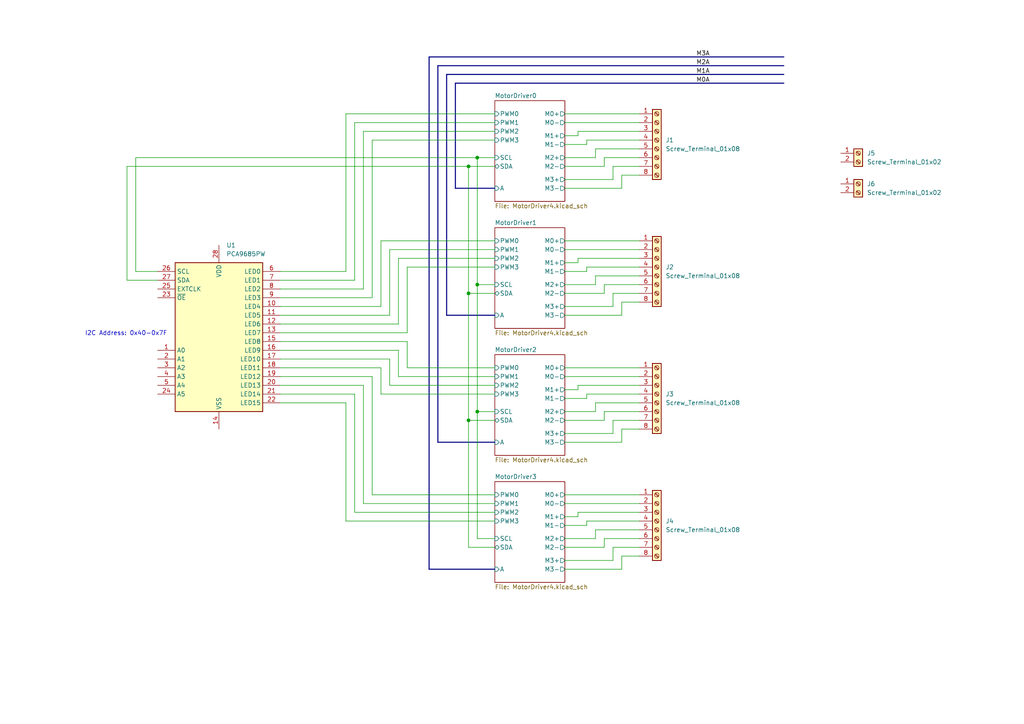
<source format=kicad_sch>
(kicad_sch
	(version 20250114)
	(generator "eeschema")
	(generator_version "9.0")
	(uuid "de57d3be-b862-42cc-a84c-a9aed08aacc3")
	(paper "A4")
	(lib_symbols
		(symbol "Connector:Screw_Terminal_01x02"
			(pin_names
				(offset 1.016)
				(hide yes)
			)
			(exclude_from_sim no)
			(in_bom yes)
			(on_board yes)
			(property "Reference" "J"
				(at 0 2.54 0)
				(effects
					(font
						(size 1.27 1.27)
					)
				)
			)
			(property "Value" "Screw_Terminal_01x02"
				(at 0 -5.08 0)
				(effects
					(font
						(size 1.27 1.27)
					)
				)
			)
			(property "Footprint" ""
				(at 0 0 0)
				(effects
					(font
						(size 1.27 1.27)
					)
					(hide yes)
				)
			)
			(property "Datasheet" "~"
				(at 0 0 0)
				(effects
					(font
						(size 1.27 1.27)
					)
					(hide yes)
				)
			)
			(property "Description" "Generic screw terminal, single row, 01x02, script generated (kicad-library-utils/schlib/autogen/connector/)"
				(at 0 0 0)
				(effects
					(font
						(size 1.27 1.27)
					)
					(hide yes)
				)
			)
			(property "ki_keywords" "screw terminal"
				(at 0 0 0)
				(effects
					(font
						(size 1.27 1.27)
					)
					(hide yes)
				)
			)
			(property "ki_fp_filters" "TerminalBlock*:*"
				(at 0 0 0)
				(effects
					(font
						(size 1.27 1.27)
					)
					(hide yes)
				)
			)
			(symbol "Screw_Terminal_01x02_1_1"
				(rectangle
					(start -1.27 1.27)
					(end 1.27 -3.81)
					(stroke
						(width 0.254)
						(type default)
					)
					(fill
						(type background)
					)
				)
				(polyline
					(pts
						(xy -0.5334 0.3302) (xy 0.3302 -0.508)
					)
					(stroke
						(width 0.1524)
						(type default)
					)
					(fill
						(type none)
					)
				)
				(polyline
					(pts
						(xy -0.5334 -2.2098) (xy 0.3302 -3.048)
					)
					(stroke
						(width 0.1524)
						(type default)
					)
					(fill
						(type none)
					)
				)
				(polyline
					(pts
						(xy -0.3556 0.508) (xy 0.508 -0.3302)
					)
					(stroke
						(width 0.1524)
						(type default)
					)
					(fill
						(type none)
					)
				)
				(polyline
					(pts
						(xy -0.3556 -2.032) (xy 0.508 -2.8702)
					)
					(stroke
						(width 0.1524)
						(type default)
					)
					(fill
						(type none)
					)
				)
				(circle
					(center 0 0)
					(radius 0.635)
					(stroke
						(width 0.1524)
						(type default)
					)
					(fill
						(type none)
					)
				)
				(circle
					(center 0 -2.54)
					(radius 0.635)
					(stroke
						(width 0.1524)
						(type default)
					)
					(fill
						(type none)
					)
				)
				(pin passive line
					(at -5.08 0 0)
					(length 3.81)
					(name "Pin_1"
						(effects
							(font
								(size 1.27 1.27)
							)
						)
					)
					(number "1"
						(effects
							(font
								(size 1.27 1.27)
							)
						)
					)
				)
				(pin passive line
					(at -5.08 -2.54 0)
					(length 3.81)
					(name "Pin_2"
						(effects
							(font
								(size 1.27 1.27)
							)
						)
					)
					(number "2"
						(effects
							(font
								(size 1.27 1.27)
							)
						)
					)
				)
			)
			(embedded_fonts no)
		)
		(symbol "Connector:Screw_Terminal_01x08"
			(pin_names
				(offset 1.016)
				(hide yes)
			)
			(exclude_from_sim no)
			(in_bom yes)
			(on_board yes)
			(property "Reference" "J"
				(at 0 10.16 0)
				(effects
					(font
						(size 1.27 1.27)
					)
				)
			)
			(property "Value" "Screw_Terminal_01x08"
				(at 0 -12.7 0)
				(effects
					(font
						(size 1.27 1.27)
					)
				)
			)
			(property "Footprint" ""
				(at 0 0 0)
				(effects
					(font
						(size 1.27 1.27)
					)
					(hide yes)
				)
			)
			(property "Datasheet" "~"
				(at 0 0 0)
				(effects
					(font
						(size 1.27 1.27)
					)
					(hide yes)
				)
			)
			(property "Description" "Generic screw terminal, single row, 01x08, script generated (kicad-library-utils/schlib/autogen/connector/)"
				(at 0 0 0)
				(effects
					(font
						(size 1.27 1.27)
					)
					(hide yes)
				)
			)
			(property "ki_keywords" "screw terminal"
				(at 0 0 0)
				(effects
					(font
						(size 1.27 1.27)
					)
					(hide yes)
				)
			)
			(property "ki_fp_filters" "TerminalBlock*:*"
				(at 0 0 0)
				(effects
					(font
						(size 1.27 1.27)
					)
					(hide yes)
				)
			)
			(symbol "Screw_Terminal_01x08_1_1"
				(rectangle
					(start -1.27 8.89)
					(end 1.27 -11.43)
					(stroke
						(width 0.254)
						(type default)
					)
					(fill
						(type background)
					)
				)
				(polyline
					(pts
						(xy -0.5334 7.9502) (xy 0.3302 7.112)
					)
					(stroke
						(width 0.1524)
						(type default)
					)
					(fill
						(type none)
					)
				)
				(polyline
					(pts
						(xy -0.5334 5.4102) (xy 0.3302 4.572)
					)
					(stroke
						(width 0.1524)
						(type default)
					)
					(fill
						(type none)
					)
				)
				(polyline
					(pts
						(xy -0.5334 2.8702) (xy 0.3302 2.032)
					)
					(stroke
						(width 0.1524)
						(type default)
					)
					(fill
						(type none)
					)
				)
				(polyline
					(pts
						(xy -0.5334 0.3302) (xy 0.3302 -0.508)
					)
					(stroke
						(width 0.1524)
						(type default)
					)
					(fill
						(type none)
					)
				)
				(polyline
					(pts
						(xy -0.5334 -2.2098) (xy 0.3302 -3.048)
					)
					(stroke
						(width 0.1524)
						(type default)
					)
					(fill
						(type none)
					)
				)
				(polyline
					(pts
						(xy -0.5334 -4.7498) (xy 0.3302 -5.588)
					)
					(stroke
						(width 0.1524)
						(type default)
					)
					(fill
						(type none)
					)
				)
				(polyline
					(pts
						(xy -0.5334 -7.2898) (xy 0.3302 -8.128)
					)
					(stroke
						(width 0.1524)
						(type default)
					)
					(fill
						(type none)
					)
				)
				(polyline
					(pts
						(xy -0.5334 -9.8298) (xy 0.3302 -10.668)
					)
					(stroke
						(width 0.1524)
						(type default)
					)
					(fill
						(type none)
					)
				)
				(polyline
					(pts
						(xy -0.3556 8.128) (xy 0.508 7.2898)
					)
					(stroke
						(width 0.1524)
						(type default)
					)
					(fill
						(type none)
					)
				)
				(polyline
					(pts
						(xy -0.3556 5.588) (xy 0.508 4.7498)
					)
					(stroke
						(width 0.1524)
						(type default)
					)
					(fill
						(type none)
					)
				)
				(polyline
					(pts
						(xy -0.3556 3.048) (xy 0.508 2.2098)
					)
					(stroke
						(width 0.1524)
						(type default)
					)
					(fill
						(type none)
					)
				)
				(polyline
					(pts
						(xy -0.3556 0.508) (xy 0.508 -0.3302)
					)
					(stroke
						(width 0.1524)
						(type default)
					)
					(fill
						(type none)
					)
				)
				(polyline
					(pts
						(xy -0.3556 -2.032) (xy 0.508 -2.8702)
					)
					(stroke
						(width 0.1524)
						(type default)
					)
					(fill
						(type none)
					)
				)
				(polyline
					(pts
						(xy -0.3556 -4.572) (xy 0.508 -5.4102)
					)
					(stroke
						(width 0.1524)
						(type default)
					)
					(fill
						(type none)
					)
				)
				(polyline
					(pts
						(xy -0.3556 -7.112) (xy 0.508 -7.9502)
					)
					(stroke
						(width 0.1524)
						(type default)
					)
					(fill
						(type none)
					)
				)
				(polyline
					(pts
						(xy -0.3556 -9.652) (xy 0.508 -10.4902)
					)
					(stroke
						(width 0.1524)
						(type default)
					)
					(fill
						(type none)
					)
				)
				(circle
					(center 0 7.62)
					(radius 0.635)
					(stroke
						(width 0.1524)
						(type default)
					)
					(fill
						(type none)
					)
				)
				(circle
					(center 0 5.08)
					(radius 0.635)
					(stroke
						(width 0.1524)
						(type default)
					)
					(fill
						(type none)
					)
				)
				(circle
					(center 0 2.54)
					(radius 0.635)
					(stroke
						(width 0.1524)
						(type default)
					)
					(fill
						(type none)
					)
				)
				(circle
					(center 0 0)
					(radius 0.635)
					(stroke
						(width 0.1524)
						(type default)
					)
					(fill
						(type none)
					)
				)
				(circle
					(center 0 -2.54)
					(radius 0.635)
					(stroke
						(width 0.1524)
						(type default)
					)
					(fill
						(type none)
					)
				)
				(circle
					(center 0 -5.08)
					(radius 0.635)
					(stroke
						(width 0.1524)
						(type default)
					)
					(fill
						(type none)
					)
				)
				(circle
					(center 0 -7.62)
					(radius 0.635)
					(stroke
						(width 0.1524)
						(type default)
					)
					(fill
						(type none)
					)
				)
				(circle
					(center 0 -10.16)
					(radius 0.635)
					(stroke
						(width 0.1524)
						(type default)
					)
					(fill
						(type none)
					)
				)
				(pin passive line
					(at -5.08 7.62 0)
					(length 3.81)
					(name "Pin_1"
						(effects
							(font
								(size 1.27 1.27)
							)
						)
					)
					(number "1"
						(effects
							(font
								(size 1.27 1.27)
							)
						)
					)
				)
				(pin passive line
					(at -5.08 5.08 0)
					(length 3.81)
					(name "Pin_2"
						(effects
							(font
								(size 1.27 1.27)
							)
						)
					)
					(number "2"
						(effects
							(font
								(size 1.27 1.27)
							)
						)
					)
				)
				(pin passive line
					(at -5.08 2.54 0)
					(length 3.81)
					(name "Pin_3"
						(effects
							(font
								(size 1.27 1.27)
							)
						)
					)
					(number "3"
						(effects
							(font
								(size 1.27 1.27)
							)
						)
					)
				)
				(pin passive line
					(at -5.08 0 0)
					(length 3.81)
					(name "Pin_4"
						(effects
							(font
								(size 1.27 1.27)
							)
						)
					)
					(number "4"
						(effects
							(font
								(size 1.27 1.27)
							)
						)
					)
				)
				(pin passive line
					(at -5.08 -2.54 0)
					(length 3.81)
					(name "Pin_5"
						(effects
							(font
								(size 1.27 1.27)
							)
						)
					)
					(number "5"
						(effects
							(font
								(size 1.27 1.27)
							)
						)
					)
				)
				(pin passive line
					(at -5.08 -5.08 0)
					(length 3.81)
					(name "Pin_6"
						(effects
							(font
								(size 1.27 1.27)
							)
						)
					)
					(number "6"
						(effects
							(font
								(size 1.27 1.27)
							)
						)
					)
				)
				(pin passive line
					(at -5.08 -7.62 0)
					(length 3.81)
					(name "Pin_7"
						(effects
							(font
								(size 1.27 1.27)
							)
						)
					)
					(number "7"
						(effects
							(font
								(size 1.27 1.27)
							)
						)
					)
				)
				(pin passive line
					(at -5.08 -10.16 0)
					(length 3.81)
					(name "Pin_8"
						(effects
							(font
								(size 1.27 1.27)
							)
						)
					)
					(number "8"
						(effects
							(font
								(size 1.27 1.27)
							)
						)
					)
				)
			)
			(embedded_fonts no)
		)
		(symbol "Driver_LED:PCA9685PW"
			(exclude_from_sim no)
			(in_bom yes)
			(on_board yes)
			(property "Reference" "U"
				(at -12.7 22.225 0)
				(effects
					(font
						(size 1.27 1.27)
					)
					(justify left)
				)
			)
			(property "Value" "PCA9685PW"
				(at 1.27 22.225 0)
				(effects
					(font
						(size 1.27 1.27)
					)
					(justify left)
				)
			)
			(property "Footprint" "Package_SO:TSSOP-28_4.4x9.7mm_P0.65mm"
				(at 0.635 -24.765 0)
				(effects
					(font
						(size 1.27 1.27)
					)
					(justify left)
					(hide yes)
				)
			)
			(property "Datasheet" "http://www.nxp.com/docs/en/data-sheet/PCA9685.pdf"
				(at -10.16 17.78 0)
				(effects
					(font
						(size 1.27 1.27)
					)
					(hide yes)
				)
			)
			(property "Description" "16-channel 12-bit PWM Fm+ I2C-bus LED controller RGBA TSSOP"
				(at 0 0 0)
				(effects
					(font
						(size 1.27 1.27)
					)
					(hide yes)
				)
			)
			(property "ki_keywords" "PWM LED driver I2C TSSOP"
				(at 0 0 0)
				(effects
					(font
						(size 1.27 1.27)
					)
					(hide yes)
				)
			)
			(property "ki_fp_filters" "TSSOP*4.4x9.7mm*P0.65mm*"
				(at 0 0 0)
				(effects
					(font
						(size 1.27 1.27)
					)
					(hide yes)
				)
			)
			(symbol "PCA9685PW_0_1"
				(rectangle
					(start -12.7 20.32)
					(end 12.7 -22.86)
					(stroke
						(width 0.254)
						(type default)
					)
					(fill
						(type background)
					)
				)
			)
			(symbol "PCA9685PW_1_1"
				(pin input line
					(at -17.78 17.78 0)
					(length 5.08)
					(name "SCL"
						(effects
							(font
								(size 1.27 1.27)
							)
						)
					)
					(number "26"
						(effects
							(font
								(size 1.27 1.27)
							)
						)
					)
				)
				(pin bidirectional line
					(at -17.78 15.24 0)
					(length 5.08)
					(name "SDA"
						(effects
							(font
								(size 1.27 1.27)
							)
						)
					)
					(number "27"
						(effects
							(font
								(size 1.27 1.27)
							)
						)
					)
				)
				(pin input line
					(at -17.78 12.7 0)
					(length 5.08)
					(name "EXTCLK"
						(effects
							(font
								(size 1.27 1.27)
							)
						)
					)
					(number "25"
						(effects
							(font
								(size 1.27 1.27)
							)
						)
					)
				)
				(pin input line
					(at -17.78 10.16 0)
					(length 5.08)
					(name "~{OE}"
						(effects
							(font
								(size 1.27 1.27)
							)
						)
					)
					(number "23"
						(effects
							(font
								(size 1.27 1.27)
							)
						)
					)
				)
				(pin input line
					(at -17.78 -5.08 0)
					(length 5.08)
					(name "A0"
						(effects
							(font
								(size 1.27 1.27)
							)
						)
					)
					(number "1"
						(effects
							(font
								(size 1.27 1.27)
							)
						)
					)
				)
				(pin input line
					(at -17.78 -7.62 0)
					(length 5.08)
					(name "A1"
						(effects
							(font
								(size 1.27 1.27)
							)
						)
					)
					(number "2"
						(effects
							(font
								(size 1.27 1.27)
							)
						)
					)
				)
				(pin input line
					(at -17.78 -10.16 0)
					(length 5.08)
					(name "A2"
						(effects
							(font
								(size 1.27 1.27)
							)
						)
					)
					(number "3"
						(effects
							(font
								(size 1.27 1.27)
							)
						)
					)
				)
				(pin input line
					(at -17.78 -12.7 0)
					(length 5.08)
					(name "A3"
						(effects
							(font
								(size 1.27 1.27)
							)
						)
					)
					(number "4"
						(effects
							(font
								(size 1.27 1.27)
							)
						)
					)
				)
				(pin input line
					(at -17.78 -15.24 0)
					(length 5.08)
					(name "A4"
						(effects
							(font
								(size 1.27 1.27)
							)
						)
					)
					(number "5"
						(effects
							(font
								(size 1.27 1.27)
							)
						)
					)
				)
				(pin input line
					(at -17.78 -17.78 0)
					(length 5.08)
					(name "A5"
						(effects
							(font
								(size 1.27 1.27)
							)
						)
					)
					(number "24"
						(effects
							(font
								(size 1.27 1.27)
							)
						)
					)
				)
				(pin power_in line
					(at 0 25.4 270)
					(length 5.08)
					(name "VDD"
						(effects
							(font
								(size 1.27 1.27)
							)
						)
					)
					(number "28"
						(effects
							(font
								(size 1.27 1.27)
							)
						)
					)
				)
				(pin power_in line
					(at 0 -27.94 90)
					(length 5.08)
					(name "VSS"
						(effects
							(font
								(size 1.27 1.27)
							)
						)
					)
					(number "14"
						(effects
							(font
								(size 1.27 1.27)
							)
						)
					)
				)
				(pin output line
					(at 17.78 17.78 180)
					(length 5.08)
					(name "LED0"
						(effects
							(font
								(size 1.27 1.27)
							)
						)
					)
					(number "6"
						(effects
							(font
								(size 1.27 1.27)
							)
						)
					)
				)
				(pin output line
					(at 17.78 15.24 180)
					(length 5.08)
					(name "LED1"
						(effects
							(font
								(size 1.27 1.27)
							)
						)
					)
					(number "7"
						(effects
							(font
								(size 1.27 1.27)
							)
						)
					)
				)
				(pin output line
					(at 17.78 12.7 180)
					(length 5.08)
					(name "LED2"
						(effects
							(font
								(size 1.27 1.27)
							)
						)
					)
					(number "8"
						(effects
							(font
								(size 1.27 1.27)
							)
						)
					)
				)
				(pin output line
					(at 17.78 10.16 180)
					(length 5.08)
					(name "LED3"
						(effects
							(font
								(size 1.27 1.27)
							)
						)
					)
					(number "9"
						(effects
							(font
								(size 1.27 1.27)
							)
						)
					)
				)
				(pin output line
					(at 17.78 7.62 180)
					(length 5.08)
					(name "LED4"
						(effects
							(font
								(size 1.27 1.27)
							)
						)
					)
					(number "10"
						(effects
							(font
								(size 1.27 1.27)
							)
						)
					)
				)
				(pin output line
					(at 17.78 5.08 180)
					(length 5.08)
					(name "LED5"
						(effects
							(font
								(size 1.27 1.27)
							)
						)
					)
					(number "11"
						(effects
							(font
								(size 1.27 1.27)
							)
						)
					)
				)
				(pin output line
					(at 17.78 2.54 180)
					(length 5.08)
					(name "LED6"
						(effects
							(font
								(size 1.27 1.27)
							)
						)
					)
					(number "12"
						(effects
							(font
								(size 1.27 1.27)
							)
						)
					)
				)
				(pin output line
					(at 17.78 0 180)
					(length 5.08)
					(name "LED7"
						(effects
							(font
								(size 1.27 1.27)
							)
						)
					)
					(number "13"
						(effects
							(font
								(size 1.27 1.27)
							)
						)
					)
				)
				(pin output line
					(at 17.78 -2.54 180)
					(length 5.08)
					(name "LED8"
						(effects
							(font
								(size 1.27 1.27)
							)
						)
					)
					(number "15"
						(effects
							(font
								(size 1.27 1.27)
							)
						)
					)
				)
				(pin output line
					(at 17.78 -5.08 180)
					(length 5.08)
					(name "LED9"
						(effects
							(font
								(size 1.27 1.27)
							)
						)
					)
					(number "16"
						(effects
							(font
								(size 1.27 1.27)
							)
						)
					)
				)
				(pin output line
					(at 17.78 -7.62 180)
					(length 5.08)
					(name "LED10"
						(effects
							(font
								(size 1.27 1.27)
							)
						)
					)
					(number "17"
						(effects
							(font
								(size 1.27 1.27)
							)
						)
					)
				)
				(pin output line
					(at 17.78 -10.16 180)
					(length 5.08)
					(name "LED11"
						(effects
							(font
								(size 1.27 1.27)
							)
						)
					)
					(number "18"
						(effects
							(font
								(size 1.27 1.27)
							)
						)
					)
				)
				(pin output line
					(at 17.78 -12.7 180)
					(length 5.08)
					(name "LED12"
						(effects
							(font
								(size 1.27 1.27)
							)
						)
					)
					(number "19"
						(effects
							(font
								(size 1.27 1.27)
							)
						)
					)
				)
				(pin output line
					(at 17.78 -15.24 180)
					(length 5.08)
					(name "LED13"
						(effects
							(font
								(size 1.27 1.27)
							)
						)
					)
					(number "20"
						(effects
							(font
								(size 1.27 1.27)
							)
						)
					)
				)
				(pin output line
					(at 17.78 -17.78 180)
					(length 5.08)
					(name "LED14"
						(effects
							(font
								(size 1.27 1.27)
							)
						)
					)
					(number "21"
						(effects
							(font
								(size 1.27 1.27)
							)
						)
					)
				)
				(pin output line
					(at 17.78 -20.32 180)
					(length 5.08)
					(name "LED15"
						(effects
							(font
								(size 1.27 1.27)
							)
						)
					)
					(number "22"
						(effects
							(font
								(size 1.27 1.27)
							)
						)
					)
				)
			)
			(embedded_fonts no)
		)
	)
	(text "I2C Address: 0x40-0x7F"
		(exclude_from_sim no)
		(at 36.576 96.774 0)
		(effects
			(font
				(size 1.27 1.27)
			)
		)
		(uuid "6082e2fe-d264-41e2-9f73-fe41c6dacf30")
	)
	(junction
		(at 135.89 121.92)
		(diameter 0)
		(color 0 0 0 0)
		(uuid "07540ad4-a1d8-4d22-a2f2-db5dccdd53d1")
	)
	(junction
		(at 138.43 82.55)
		(diameter 0)
		(color 0 0 0 0)
		(uuid "42e1be83-a50a-458d-b040-bb8e8c1407ea")
	)
	(junction
		(at 138.43 45.72)
		(diameter 0)
		(color 0 0 0 0)
		(uuid "59533c3b-bf8b-45a0-b757-0d19613adb15")
	)
	(junction
		(at 135.89 48.26)
		(diameter 0)
		(color 0 0 0 0)
		(uuid "953af388-3bde-4234-9861-60286f13757f")
	)
	(junction
		(at 138.43 119.38)
		(diameter 0)
		(color 0 0 0 0)
		(uuid "ab1bb26d-ce04-4809-99d4-1528a64d63e5")
	)
	(junction
		(at 135.89 85.09)
		(diameter 0)
		(color 0 0 0 0)
		(uuid "bf4cce84-b4a7-40f1-9767-3a25cf5b10cc")
	)
	(wire
		(pts
			(xy 118.11 77.47) (xy 118.11 96.52)
		)
		(stroke
			(width 0)
			(type default)
		)
		(uuid "0137d21b-a122-4f11-a208-8254a230ac81")
	)
	(wire
		(pts
			(xy 143.51 146.05) (xy 105.41 146.05)
		)
		(stroke
			(width 0)
			(type default)
		)
		(uuid "05722ce9-2026-40be-8b57-7d745f4fcef1")
	)
	(wire
		(pts
			(xy 110.49 114.3) (xy 110.49 106.68)
		)
		(stroke
			(width 0)
			(type default)
		)
		(uuid "05d81cc4-439b-4943-bb96-c51bc5845ae0")
	)
	(bus
		(pts
			(xy 143.51 128.27) (xy 127 128.27)
		)
		(stroke
			(width 0)
			(type default)
		)
		(uuid "072191c1-8da8-40db-ab05-f272789186d9")
	)
	(wire
		(pts
			(xy 180.34 91.44) (xy 180.34 87.63)
		)
		(stroke
			(width 0)
			(type default)
		)
		(uuid "09283e6c-9987-4598-9271-382fdaf37163")
	)
	(wire
		(pts
			(xy 105.41 83.82) (xy 105.41 38.1)
		)
		(stroke
			(width 0)
			(type default)
		)
		(uuid "09e0ad80-0d3b-4a57-a70d-a7bbf7424122")
	)
	(wire
		(pts
			(xy 143.51 40.64) (xy 107.95 40.64)
		)
		(stroke
			(width 0)
			(type default)
		)
		(uuid "0a4eb547-f864-4aeb-9b95-55c542059752")
	)
	(wire
		(pts
			(xy 175.26 156.21) (xy 185.42 156.21)
		)
		(stroke
			(width 0)
			(type default)
		)
		(uuid "0e053717-f893-459b-995c-fba028d48dba")
	)
	(wire
		(pts
			(xy 143.51 156.21) (xy 138.43 156.21)
		)
		(stroke
			(width 0)
			(type default)
		)
		(uuid "10b4c0bc-4fbc-44a1-ab5a-f856b3147f79")
	)
	(wire
		(pts
			(xy 143.51 77.47) (xy 118.11 77.47)
		)
		(stroke
			(width 0)
			(type default)
		)
		(uuid "115205f2-7280-414c-b45d-108f5e307c31")
	)
	(wire
		(pts
			(xy 110.49 69.85) (xy 143.51 69.85)
		)
		(stroke
			(width 0)
			(type default)
		)
		(uuid "12922a2f-b6cb-4dbb-80ed-bcec911a52fb")
	)
	(wire
		(pts
			(xy 163.83 52.07) (xy 177.8 52.07)
		)
		(stroke
			(width 0)
			(type default)
		)
		(uuid "19e70266-d56f-40db-a58b-bab9188217a7")
	)
	(wire
		(pts
			(xy 163.83 91.44) (xy 180.34 91.44)
		)
		(stroke
			(width 0)
			(type default)
		)
		(uuid "1f9e2024-f488-4a30-81b5-8e1a011eea9f")
	)
	(wire
		(pts
			(xy 163.83 109.22) (xy 185.42 109.22)
		)
		(stroke
			(width 0)
			(type default)
		)
		(uuid "1fed8f37-0441-4df7-b5b9-1008239ef35c")
	)
	(wire
		(pts
			(xy 163.83 54.61) (xy 180.34 54.61)
		)
		(stroke
			(width 0)
			(type default)
		)
		(uuid "2241cefd-f11d-4ce2-bd62-87e501cb2169")
	)
	(wire
		(pts
			(xy 163.83 78.74) (xy 170.18 78.74)
		)
		(stroke
			(width 0)
			(type default)
		)
		(uuid "252992cc-f713-4a08-a3d8-951b5a6c9df7")
	)
	(wire
		(pts
			(xy 115.57 74.93) (xy 143.51 74.93)
		)
		(stroke
			(width 0)
			(type default)
		)
		(uuid "2916b47f-7e51-459e-910d-ee1305d80079")
	)
	(wire
		(pts
			(xy 135.89 85.09) (xy 143.51 85.09)
		)
		(stroke
			(width 0)
			(type default)
		)
		(uuid "2a69b73f-8010-44e6-a246-a78db5518eb3")
	)
	(wire
		(pts
			(xy 113.03 91.44) (xy 81.28 91.44)
		)
		(stroke
			(width 0)
			(type default)
		)
		(uuid "2a769e05-6dcd-428b-9b28-09d3b2b5c9c1")
	)
	(wire
		(pts
			(xy 113.03 72.39) (xy 113.03 91.44)
		)
		(stroke
			(width 0)
			(type default)
		)
		(uuid "2c17819e-c89e-42e6-acdc-0816d02cf05e")
	)
	(wire
		(pts
			(xy 143.51 114.3) (xy 110.49 114.3)
		)
		(stroke
			(width 0)
			(type default)
		)
		(uuid "2cca926a-cf6d-4fe7-ad05-d3030724ddde")
	)
	(wire
		(pts
			(xy 163.83 33.02) (xy 185.42 33.02)
		)
		(stroke
			(width 0)
			(type default)
		)
		(uuid "3083bfc9-de9b-4988-bfb2-7acfb9b9691e")
	)
	(wire
		(pts
			(xy 180.34 128.27) (xy 180.34 124.46)
		)
		(stroke
			(width 0)
			(type default)
		)
		(uuid "31240061-befd-4bf1-a28e-3edc1a435518")
	)
	(wire
		(pts
			(xy 177.8 52.07) (xy 177.8 48.26)
		)
		(stroke
			(width 0)
			(type default)
		)
		(uuid "31741903-0c32-4723-be84-6122d47d3197")
	)
	(wire
		(pts
			(xy 143.51 151.13) (xy 100.33 151.13)
		)
		(stroke
			(width 0)
			(type default)
		)
		(uuid "33f7330e-0cc6-4382-90cc-ad6147f203f5")
	)
	(bus
		(pts
			(xy 124.46 16.51) (xy 227.33 16.51)
		)
		(stroke
			(width 0)
			(type default)
		)
		(uuid "35380c28-ca56-4661-9cd8-9ffd87483bf1")
	)
	(wire
		(pts
			(xy 163.83 35.56) (xy 185.42 35.56)
		)
		(stroke
			(width 0)
			(type default)
		)
		(uuid "372a6f2f-4930-4ded-acd3-e11a4b458f44")
	)
	(wire
		(pts
			(xy 81.28 83.82) (xy 105.41 83.82)
		)
		(stroke
			(width 0)
			(type default)
		)
		(uuid "37ede18a-d037-4607-8f32-92b37751511c")
	)
	(wire
		(pts
			(xy 115.57 101.6) (xy 81.28 101.6)
		)
		(stroke
			(width 0)
			(type default)
		)
		(uuid "39975d71-cece-4fdd-9ca2-96ef7f879244")
	)
	(wire
		(pts
			(xy 110.49 88.9) (xy 110.49 69.85)
		)
		(stroke
			(width 0)
			(type default)
		)
		(uuid "3b1420a1-b149-40d7-a462-77a964d67c5c")
	)
	(wire
		(pts
			(xy 138.43 119.38) (xy 143.51 119.38)
		)
		(stroke
			(width 0)
			(type default)
		)
		(uuid "3c18f59e-df5b-46e9-8e1c-6fb1f71e8835")
	)
	(wire
		(pts
			(xy 39.37 78.74) (xy 39.37 45.72)
		)
		(stroke
			(width 0)
			(type default)
		)
		(uuid "3dcd30db-6c23-4b48-91ae-7a82aaed6af0")
	)
	(bus
		(pts
			(xy 132.08 54.61) (xy 132.08 24.13)
		)
		(stroke
			(width 0)
			(type default)
		)
		(uuid "40372e1a-9ee8-46bd-ab17-18bb94576406")
	)
	(wire
		(pts
			(xy 138.43 45.72) (xy 143.51 45.72)
		)
		(stroke
			(width 0)
			(type default)
		)
		(uuid "413e85cd-6d87-46a9-aa5a-5153e01d08ae")
	)
	(wire
		(pts
			(xy 180.34 87.63) (xy 185.42 87.63)
		)
		(stroke
			(width 0)
			(type default)
		)
		(uuid "44000a17-d470-4261-91bf-28d29f285721")
	)
	(wire
		(pts
			(xy 138.43 156.21) (xy 138.43 119.38)
		)
		(stroke
			(width 0)
			(type default)
		)
		(uuid "446a0458-8b98-4ddc-8f81-be1dca2a1cdf")
	)
	(wire
		(pts
			(xy 100.33 33.02) (xy 143.51 33.02)
		)
		(stroke
			(width 0)
			(type default)
		)
		(uuid "4655a3ed-684c-4dd8-8ee2-ae5a810e7fa7")
	)
	(wire
		(pts
			(xy 163.83 72.39) (xy 185.42 72.39)
		)
		(stroke
			(width 0)
			(type default)
		)
		(uuid "483184f0-247c-47b4-9126-bdb8bf3e7554")
	)
	(wire
		(pts
			(xy 172.72 153.67) (xy 185.42 153.67)
		)
		(stroke
			(width 0)
			(type default)
		)
		(uuid "4892c556-3414-48e7-bd72-677809fbd719")
	)
	(wire
		(pts
			(xy 175.26 85.09) (xy 175.26 82.55)
		)
		(stroke
			(width 0)
			(type default)
		)
		(uuid "4e87d63d-c735-43f3-8dbd-d86f29937944")
	)
	(wire
		(pts
			(xy 163.83 125.73) (xy 177.8 125.73)
		)
		(stroke
			(width 0)
			(type default)
		)
		(uuid "4f09f692-bc12-41bf-a89d-b7b29c88aeba")
	)
	(wire
		(pts
			(xy 163.83 128.27) (xy 180.34 128.27)
		)
		(stroke
			(width 0)
			(type default)
		)
		(uuid "50919a8b-87d3-42e1-a92b-efa33bc88adb")
	)
	(wire
		(pts
			(xy 177.8 125.73) (xy 177.8 121.92)
		)
		(stroke
			(width 0)
			(type default)
		)
		(uuid "50c2e852-0146-4313-b890-eb39e1549145")
	)
	(wire
		(pts
			(xy 102.87 81.28) (xy 81.28 81.28)
		)
		(stroke
			(width 0)
			(type default)
		)
		(uuid "533cf366-2f90-4ad2-b388-0c1c8bdfb192")
	)
	(wire
		(pts
			(xy 177.8 162.56) (xy 177.8 158.75)
		)
		(stroke
			(width 0)
			(type default)
		)
		(uuid "57262a8b-ab5c-4b30-a76e-16307685ad04")
	)
	(wire
		(pts
			(xy 180.34 165.1) (xy 180.34 161.29)
		)
		(stroke
			(width 0)
			(type default)
		)
		(uuid "5752bea7-6e8a-474c-ba08-a1c936002e93")
	)
	(wire
		(pts
			(xy 135.89 48.26) (xy 143.51 48.26)
		)
		(stroke
			(width 0)
			(type default)
		)
		(uuid "5775e160-5475-46f5-8403-280a8ec1fa9d")
	)
	(wire
		(pts
			(xy 105.41 146.05) (xy 105.41 111.76)
		)
		(stroke
			(width 0)
			(type default)
		)
		(uuid "59dbd42a-77e7-4196-b453-58e98913a56b")
	)
	(wire
		(pts
			(xy 175.26 48.26) (xy 175.26 45.72)
		)
		(stroke
			(width 0)
			(type default)
		)
		(uuid "5a7c89e9-6ef6-4954-89df-ee5264a3710a")
	)
	(bus
		(pts
			(xy 129.54 91.44) (xy 129.54 21.59)
		)
		(stroke
			(width 0)
			(type default)
		)
		(uuid "5ad59c08-3200-4b73-a567-beab2d43e223")
	)
	(wire
		(pts
			(xy 118.11 96.52) (xy 81.28 96.52)
		)
		(stroke
			(width 0)
			(type default)
		)
		(uuid "5bcbfaa0-8955-478a-b927-339972376fef")
	)
	(wire
		(pts
			(xy 177.8 48.26) (xy 185.42 48.26)
		)
		(stroke
			(width 0)
			(type default)
		)
		(uuid "5d154c50-005e-479e-9b20-5bde059b10ca")
	)
	(wire
		(pts
			(xy 36.83 48.26) (xy 135.89 48.26)
		)
		(stroke
			(width 0)
			(type default)
		)
		(uuid "5d447990-e54b-43d1-9cb1-c87b56e95b4c")
	)
	(wire
		(pts
			(xy 100.33 78.74) (xy 100.33 33.02)
		)
		(stroke
			(width 0)
			(type default)
		)
		(uuid "5e58817a-cdf3-43b5-9b8a-cf837b90ae35")
	)
	(wire
		(pts
			(xy 172.72 80.01) (xy 185.42 80.01)
		)
		(stroke
			(width 0)
			(type default)
		)
		(uuid "5e617863-4886-417c-afb5-8f35ec7d0802")
	)
	(wire
		(pts
			(xy 170.18 77.47) (xy 185.42 77.47)
		)
		(stroke
			(width 0)
			(type default)
		)
		(uuid "5f3a6feb-b343-4ffb-98e8-689576fe8450")
	)
	(wire
		(pts
			(xy 105.41 111.76) (xy 81.28 111.76)
		)
		(stroke
			(width 0)
			(type default)
		)
		(uuid "60f9bb93-deaa-4a20-999b-cee699dd9659")
	)
	(wire
		(pts
			(xy 170.18 152.4) (xy 170.18 151.13)
		)
		(stroke
			(width 0)
			(type default)
		)
		(uuid "6435603c-b515-4c2d-9b90-225af5798825")
	)
	(bus
		(pts
			(xy 129.54 21.59) (xy 227.33 21.59)
		)
		(stroke
			(width 0)
			(type default)
		)
		(uuid "6473b50e-4fe9-42f0-b19e-43d5de70ecd1")
	)
	(wire
		(pts
			(xy 143.51 109.22) (xy 115.57 109.22)
		)
		(stroke
			(width 0)
			(type default)
		)
		(uuid "652b9327-473e-45cd-b021-35b87ed0763e")
	)
	(wire
		(pts
			(xy 177.8 88.9) (xy 177.8 85.09)
		)
		(stroke
			(width 0)
			(type default)
		)
		(uuid "6626f86a-d0cd-48eb-b3d1-ccdddce2d383")
	)
	(wire
		(pts
			(xy 102.87 35.56) (xy 102.87 81.28)
		)
		(stroke
			(width 0)
			(type default)
		)
		(uuid "668b17d0-27a3-409a-badd-08c950242ac0")
	)
	(bus
		(pts
			(xy 132.08 24.13) (xy 227.33 24.13)
		)
		(stroke
			(width 0)
			(type default)
		)
		(uuid "677e01e4-00a8-4f14-aea5-c80a53258b2f")
	)
	(wire
		(pts
			(xy 81.28 78.74) (xy 100.33 78.74)
		)
		(stroke
			(width 0)
			(type default)
		)
		(uuid "679c46da-95bb-4c69-b27d-6c783379cfda")
	)
	(wire
		(pts
			(xy 110.49 106.68) (xy 81.28 106.68)
		)
		(stroke
			(width 0)
			(type default)
		)
		(uuid "68fdab1a-79c6-4ba9-8b52-92952acc9ad7")
	)
	(wire
		(pts
			(xy 81.28 88.9) (xy 110.49 88.9)
		)
		(stroke
			(width 0)
			(type default)
		)
		(uuid "6a70c60a-0b85-4ea5-a8c9-5bf83022f8e2")
	)
	(wire
		(pts
			(xy 81.28 109.22) (xy 107.95 109.22)
		)
		(stroke
			(width 0)
			(type default)
		)
		(uuid "6b46a538-28a2-483c-86d0-b1ab9d8dacdb")
	)
	(wire
		(pts
			(xy 163.83 158.75) (xy 175.26 158.75)
		)
		(stroke
			(width 0)
			(type default)
		)
		(uuid "6ba17764-8405-4167-992b-34ee479ffd27")
	)
	(wire
		(pts
			(xy 177.8 158.75) (xy 185.42 158.75)
		)
		(stroke
			(width 0)
			(type default)
		)
		(uuid "6bc3d110-b08b-453c-a4cd-c6bc06105c20")
	)
	(wire
		(pts
			(xy 172.72 156.21) (xy 172.72 153.67)
		)
		(stroke
			(width 0)
			(type default)
		)
		(uuid "6be74f96-7460-4e9b-9031-4fd5e72ca70c")
	)
	(wire
		(pts
			(xy 138.43 82.55) (xy 138.43 45.72)
		)
		(stroke
			(width 0)
			(type default)
		)
		(uuid "6ddff059-05cf-479a-83a1-b12167b446b9")
	)
	(wire
		(pts
			(xy 167.64 76.2) (xy 167.64 74.93)
		)
		(stroke
			(width 0)
			(type default)
		)
		(uuid "6ee9001a-b6ce-4307-8698-98b08a02f633")
	)
	(wire
		(pts
			(xy 180.34 124.46) (xy 185.42 124.46)
		)
		(stroke
			(width 0)
			(type default)
		)
		(uuid "6fe5bd8c-b2a5-44d3-ad99-931b9ac8274a")
	)
	(wire
		(pts
			(xy 115.57 109.22) (xy 115.57 101.6)
		)
		(stroke
			(width 0)
			(type default)
		)
		(uuid "75330ffd-170b-4d60-b99e-a0589758ac98")
	)
	(wire
		(pts
			(xy 135.89 158.75) (xy 135.89 121.92)
		)
		(stroke
			(width 0)
			(type default)
		)
		(uuid "767611f7-6e08-4c82-b06d-ae0c88b33ccb")
	)
	(wire
		(pts
			(xy 118.11 99.06) (xy 118.11 106.68)
		)
		(stroke
			(width 0)
			(type default)
		)
		(uuid "76c5cd70-e131-41db-af0e-af3d0a60afef")
	)
	(wire
		(pts
			(xy 107.95 109.22) (xy 107.95 143.51)
		)
		(stroke
			(width 0)
			(type default)
		)
		(uuid "77cc1a24-de2f-46de-a687-9dd901ae7791")
	)
	(wire
		(pts
			(xy 172.72 43.18) (xy 185.42 43.18)
		)
		(stroke
			(width 0)
			(type default)
		)
		(uuid "77f42650-55db-4ed7-9de4-46c2b5520b6f")
	)
	(wire
		(pts
			(xy 102.87 148.59) (xy 143.51 148.59)
		)
		(stroke
			(width 0)
			(type default)
		)
		(uuid "79a038bd-67a9-4793-9e3d-595f70c77b67")
	)
	(wire
		(pts
			(xy 107.95 40.64) (xy 107.95 86.36)
		)
		(stroke
			(width 0)
			(type default)
		)
		(uuid "7b24c8ab-6afd-4958-87d6-baa6ca3800c7")
	)
	(bus
		(pts
			(xy 124.46 165.1) (xy 124.46 16.51)
		)
		(stroke
			(width 0)
			(type default)
		)
		(uuid "7bb39c8c-66c8-4919-9458-caeb52c99738")
	)
	(wire
		(pts
			(xy 102.87 114.3) (xy 102.87 148.59)
		)
		(stroke
			(width 0)
			(type default)
		)
		(uuid "7c107d4c-35cd-4b84-bf1f-9d43fdd085b5")
	)
	(wire
		(pts
			(xy 175.26 82.55) (xy 185.42 82.55)
		)
		(stroke
			(width 0)
			(type default)
		)
		(uuid "7e2f0ae9-f401-4156-af58-0ca3de8ff105")
	)
	(wire
		(pts
			(xy 175.26 158.75) (xy 175.26 156.21)
		)
		(stroke
			(width 0)
			(type default)
		)
		(uuid "80057ba7-8a13-406a-b134-7324280b52d1")
	)
	(wire
		(pts
			(xy 163.83 121.92) (xy 175.26 121.92)
		)
		(stroke
			(width 0)
			(type default)
		)
		(uuid "8377df6e-21d9-4e5c-9e21-ccbdebcaf8b0")
	)
	(wire
		(pts
			(xy 163.83 149.86) (xy 167.64 149.86)
		)
		(stroke
			(width 0)
			(type default)
		)
		(uuid "83954236-bf0a-4e7e-b8ad-e38f1c6a1cb0")
	)
	(wire
		(pts
			(xy 170.18 41.91) (xy 170.18 40.64)
		)
		(stroke
			(width 0)
			(type default)
		)
		(uuid "851f68c7-681d-4533-beee-19c666b2af26")
	)
	(bus
		(pts
			(xy 143.51 91.44) (xy 129.54 91.44)
		)
		(stroke
			(width 0)
			(type default)
		)
		(uuid "85522e7d-2c5d-4a96-a05d-c102137680d0")
	)
	(wire
		(pts
			(xy 107.95 86.36) (xy 81.28 86.36)
		)
		(stroke
			(width 0)
			(type default)
		)
		(uuid "89d9ca08-66ed-4693-8fe3-01cf32e451ed")
	)
	(wire
		(pts
			(xy 138.43 82.55) (xy 143.51 82.55)
		)
		(stroke
			(width 0)
			(type default)
		)
		(uuid "8c0ac743-c750-4a9c-9f0d-f465111965fd")
	)
	(wire
		(pts
			(xy 143.51 158.75) (xy 135.89 158.75)
		)
		(stroke
			(width 0)
			(type default)
		)
		(uuid "8cea2d1b-afff-4d5a-829b-e0e4596adafe")
	)
	(wire
		(pts
			(xy 39.37 45.72) (xy 138.43 45.72)
		)
		(stroke
			(width 0)
			(type default)
		)
		(uuid "8d0bb1ab-3d45-4320-9dd1-931b4f0c7802")
	)
	(wire
		(pts
			(xy 163.83 165.1) (xy 180.34 165.1)
		)
		(stroke
			(width 0)
			(type default)
		)
		(uuid "8fb74a3b-6b45-49ae-b197-52628c04fb4f")
	)
	(wire
		(pts
			(xy 180.34 50.8) (xy 185.42 50.8)
		)
		(stroke
			(width 0)
			(type default)
		)
		(uuid "90c3e811-4a9f-43db-a1c6-31dcd963f435")
	)
	(bus
		(pts
			(xy 127 19.05) (xy 227.33 19.05)
		)
		(stroke
			(width 0)
			(type default)
		)
		(uuid "91e5e720-d270-4fc3-99c7-d1bba37e2499")
	)
	(wire
		(pts
			(xy 163.83 146.05) (xy 185.42 146.05)
		)
		(stroke
			(width 0)
			(type default)
		)
		(uuid "91f1d757-69ae-41c9-81a0-7945ab58f97b")
	)
	(wire
		(pts
			(xy 175.26 119.38) (xy 185.42 119.38)
		)
		(stroke
			(width 0)
			(type default)
		)
		(uuid "94fd6a02-2feb-4dfe-a105-542f1ee93dd4")
	)
	(wire
		(pts
			(xy 170.18 78.74) (xy 170.18 77.47)
		)
		(stroke
			(width 0)
			(type default)
		)
		(uuid "981a7220-2774-4fad-b421-e8bbc5a9a7e3")
	)
	(wire
		(pts
			(xy 143.51 35.56) (xy 102.87 35.56)
		)
		(stroke
			(width 0)
			(type default)
		)
		(uuid "99dfa1d7-775b-494b-b981-9c63a6b73000")
	)
	(wire
		(pts
			(xy 113.03 104.14) (xy 113.03 111.76)
		)
		(stroke
			(width 0)
			(type default)
		)
		(uuid "9a6a81a2-3745-4a2b-a456-628776dcd3fc")
	)
	(wire
		(pts
			(xy 170.18 115.57) (xy 170.18 114.3)
		)
		(stroke
			(width 0)
			(type default)
		)
		(uuid "9af8a832-febf-421c-af5a-f47cab5f88ca")
	)
	(wire
		(pts
			(xy 100.33 116.84) (xy 81.28 116.84)
		)
		(stroke
			(width 0)
			(type default)
		)
		(uuid "9b716571-3b81-44d0-b228-8d6ae665242a")
	)
	(wire
		(pts
			(xy 81.28 114.3) (xy 102.87 114.3)
		)
		(stroke
			(width 0)
			(type default)
		)
		(uuid "9b78e65d-7f43-4c8d-8bd9-1aa0c74c3dc7")
	)
	(wire
		(pts
			(xy 163.83 41.91) (xy 170.18 41.91)
		)
		(stroke
			(width 0)
			(type default)
		)
		(uuid "9c44ef50-45bb-44e9-a02d-a9104de02f4d")
	)
	(wire
		(pts
			(xy 163.83 152.4) (xy 170.18 152.4)
		)
		(stroke
			(width 0)
			(type default)
		)
		(uuid "9e827f18-d70a-4eab-8eda-dfee322791c1")
	)
	(wire
		(pts
			(xy 163.83 156.21) (xy 172.72 156.21)
		)
		(stroke
			(width 0)
			(type default)
		)
		(uuid "9f37f4db-9d5a-4d19-931c-8b0973158f13")
	)
	(wire
		(pts
			(xy 163.83 106.68) (xy 185.42 106.68)
		)
		(stroke
			(width 0)
			(type default)
		)
		(uuid "a01479b1-3113-4498-a460-36155b6e4798")
	)
	(wire
		(pts
			(xy 81.28 104.14) (xy 113.03 104.14)
		)
		(stroke
			(width 0)
			(type default)
		)
		(uuid "a0686a11-cb1d-445e-ab3f-d673fbe43298")
	)
	(wire
		(pts
			(xy 163.83 88.9) (xy 177.8 88.9)
		)
		(stroke
			(width 0)
			(type default)
		)
		(uuid "a2f5748f-48bd-4356-aae5-ec76b317b70e")
	)
	(wire
		(pts
			(xy 167.64 148.59) (xy 185.42 148.59)
		)
		(stroke
			(width 0)
			(type default)
		)
		(uuid "a4d58379-0a97-49c7-bee8-02ef845c14ea")
	)
	(wire
		(pts
			(xy 163.83 143.51) (xy 185.42 143.51)
		)
		(stroke
			(width 0)
			(type default)
		)
		(uuid "a81f46c0-a5ad-43fc-b628-b13f5c11ec6b")
	)
	(wire
		(pts
			(xy 81.28 93.98) (xy 115.57 93.98)
		)
		(stroke
			(width 0)
			(type default)
		)
		(uuid "a83f964f-0783-4a1b-a26d-63255cae946f")
	)
	(wire
		(pts
			(xy 118.11 106.68) (xy 143.51 106.68)
		)
		(stroke
			(width 0)
			(type default)
		)
		(uuid "aa47a628-ec20-44b9-a57c-c608f3df6000")
	)
	(wire
		(pts
			(xy 138.43 119.38) (xy 138.43 82.55)
		)
		(stroke
			(width 0)
			(type default)
		)
		(uuid "af15e733-60ff-4078-902b-05e828ca9703")
	)
	(wire
		(pts
			(xy 167.64 149.86) (xy 167.64 148.59)
		)
		(stroke
			(width 0)
			(type default)
		)
		(uuid "b022bdce-0bcf-4fa7-ad0f-37efe48339c6")
	)
	(wire
		(pts
			(xy 170.18 40.64) (xy 185.42 40.64)
		)
		(stroke
			(width 0)
			(type default)
		)
		(uuid "b11e418e-7bb1-4df4-8992-d6b0750db54e")
	)
	(wire
		(pts
			(xy 163.83 82.55) (xy 172.72 82.55)
		)
		(stroke
			(width 0)
			(type default)
		)
		(uuid "b1228834-4c9a-43b5-8f9e-88068e689cd5")
	)
	(bus
		(pts
			(xy 143.51 165.1) (xy 124.46 165.1)
		)
		(stroke
			(width 0)
			(type default)
		)
		(uuid "b14e1b3d-4dc1-4d70-aa01-390d6586eeb0")
	)
	(bus
		(pts
			(xy 127 128.27) (xy 127 19.05)
		)
		(stroke
			(width 0)
			(type default)
		)
		(uuid "b6ce1c53-58c9-4424-92c2-5c23934c19d7")
	)
	(wire
		(pts
			(xy 163.83 69.85) (xy 185.42 69.85)
		)
		(stroke
			(width 0)
			(type default)
		)
		(uuid "b8be2c7f-050c-4c51-a425-ddc06bcaa042")
	)
	(bus
		(pts
			(xy 143.51 54.61) (xy 132.08 54.61)
		)
		(stroke
			(width 0)
			(type default)
		)
		(uuid "bb05ec07-21ca-4eaf-ba23-2c8e08d86389")
	)
	(wire
		(pts
			(xy 135.89 121.92) (xy 135.89 85.09)
		)
		(stroke
			(width 0)
			(type default)
		)
		(uuid "bcdf01b9-ebdf-4a38-a979-2e236d3816c3")
	)
	(wire
		(pts
			(xy 180.34 54.61) (xy 180.34 50.8)
		)
		(stroke
			(width 0)
			(type default)
		)
		(uuid "bd63d8ab-b363-4b46-bb8d-cf8505fddc8a")
	)
	(wire
		(pts
			(xy 177.8 121.92) (xy 185.42 121.92)
		)
		(stroke
			(width 0)
			(type default)
		)
		(uuid "bdca22df-d2c3-47f3-a299-e718387ac4f2")
	)
	(wire
		(pts
			(xy 107.95 143.51) (xy 143.51 143.51)
		)
		(stroke
			(width 0)
			(type default)
		)
		(uuid "c0e165cc-1c16-4f66-bbd5-a0b0246c021b")
	)
	(wire
		(pts
			(xy 170.18 114.3) (xy 185.42 114.3)
		)
		(stroke
			(width 0)
			(type default)
		)
		(uuid "c130be11-8fd0-4f1e-916b-e81f38205525")
	)
	(wire
		(pts
			(xy 163.83 119.38) (xy 172.72 119.38)
		)
		(stroke
			(width 0)
			(type default)
		)
		(uuid "c13bd7d7-41ba-4099-9319-29faebee163a")
	)
	(wire
		(pts
			(xy 163.83 85.09) (xy 175.26 85.09)
		)
		(stroke
			(width 0)
			(type default)
		)
		(uuid "c3074317-fec1-4445-8817-56cbbc2db986")
	)
	(wire
		(pts
			(xy 167.64 111.76) (xy 185.42 111.76)
		)
		(stroke
			(width 0)
			(type default)
		)
		(uuid "c37f87a8-f56c-4539-afbf-3ba20d6b6238")
	)
	(wire
		(pts
			(xy 167.64 39.37) (xy 167.64 38.1)
		)
		(stroke
			(width 0)
			(type default)
		)
		(uuid "c3a6f98d-23ca-4fdb-9677-2f1a0e3e07bb")
	)
	(wire
		(pts
			(xy 135.89 85.09) (xy 135.89 48.26)
		)
		(stroke
			(width 0)
			(type default)
		)
		(uuid "c455e32b-ce20-4c02-850d-10e7a860bbfc")
	)
	(wire
		(pts
			(xy 167.64 38.1) (xy 185.42 38.1)
		)
		(stroke
			(width 0)
			(type default)
		)
		(uuid "c63446b8-d6c3-439d-a412-2857f3a2f95d")
	)
	(wire
		(pts
			(xy 172.72 119.38) (xy 172.72 116.84)
		)
		(stroke
			(width 0)
			(type default)
		)
		(uuid "c6cac1ba-7af8-4b28-a342-ff6ef20803ec")
	)
	(wire
		(pts
			(xy 167.64 74.93) (xy 185.42 74.93)
		)
		(stroke
			(width 0)
			(type default)
		)
		(uuid "cbf813b8-bbb3-4289-96df-e7ed9ed7dd90")
	)
	(wire
		(pts
			(xy 45.72 78.74) (xy 39.37 78.74)
		)
		(stroke
			(width 0)
			(type default)
		)
		(uuid "cc0ce283-eaa0-4765-84dd-1478c4d08579")
	)
	(wire
		(pts
			(xy 100.33 151.13) (xy 100.33 116.84)
		)
		(stroke
			(width 0)
			(type default)
		)
		(uuid "d15605d4-8e96-4c6a-ad3a-bce580e14705")
	)
	(wire
		(pts
			(xy 175.26 121.92) (xy 175.26 119.38)
		)
		(stroke
			(width 0)
			(type default)
		)
		(uuid "d252c2e8-2895-4618-8301-60ecac78fd32")
	)
	(wire
		(pts
			(xy 167.64 113.03) (xy 167.64 111.76)
		)
		(stroke
			(width 0)
			(type default)
		)
		(uuid "d3e917e4-8c6c-42d4-a1a9-70bfef9aa693")
	)
	(wire
		(pts
			(xy 45.72 81.28) (xy 36.83 81.28)
		)
		(stroke
			(width 0)
			(type default)
		)
		(uuid "d4e5076d-1c6e-46ff-87ee-513188288a97")
	)
	(wire
		(pts
			(xy 163.83 45.72) (xy 172.72 45.72)
		)
		(stroke
			(width 0)
			(type default)
		)
		(uuid "d6ba00fc-d902-4766-b5e4-8f430d8af440")
	)
	(wire
		(pts
			(xy 163.83 115.57) (xy 170.18 115.57)
		)
		(stroke
			(width 0)
			(type default)
		)
		(uuid "d719545f-d322-44fb-bb71-f81220cce89e")
	)
	(wire
		(pts
			(xy 105.41 38.1) (xy 143.51 38.1)
		)
		(stroke
			(width 0)
			(type default)
		)
		(uuid "d7deda20-fdbf-4711-8ace-df2d1aac4339")
	)
	(wire
		(pts
			(xy 143.51 72.39) (xy 113.03 72.39)
		)
		(stroke
			(width 0)
			(type default)
		)
		(uuid "d86d939b-3c3f-4641-8d5d-76e68b32ff31")
	)
	(wire
		(pts
			(xy 170.18 151.13) (xy 185.42 151.13)
		)
		(stroke
			(width 0)
			(type default)
		)
		(uuid "d8d31d99-5486-4117-9a65-22fa554c0ca9")
	)
	(wire
		(pts
			(xy 36.83 81.28) (xy 36.83 48.26)
		)
		(stroke
			(width 0)
			(type default)
		)
		(uuid "d9b412b0-5bb8-458b-b816-b9be0c2815a4")
	)
	(wire
		(pts
			(xy 113.03 111.76) (xy 143.51 111.76)
		)
		(stroke
			(width 0)
			(type default)
		)
		(uuid "dcbee043-d5e7-4a32-9a2e-1a4512490f8d")
	)
	(wire
		(pts
			(xy 163.83 113.03) (xy 167.64 113.03)
		)
		(stroke
			(width 0)
			(type default)
		)
		(uuid "ddfaf2f8-83e5-420e-a1de-7301ec5b093a")
	)
	(wire
		(pts
			(xy 115.57 93.98) (xy 115.57 74.93)
		)
		(stroke
			(width 0)
			(type default)
		)
		(uuid "de9b0eb9-f8d9-46f1-96a5-c744affb34ed")
	)
	(wire
		(pts
			(xy 163.83 76.2) (xy 167.64 76.2)
		)
		(stroke
			(width 0)
			(type default)
		)
		(uuid "dfaa38c5-5235-4a8e-97e1-038e0e946b74")
	)
	(wire
		(pts
			(xy 135.89 121.92) (xy 143.51 121.92)
		)
		(stroke
			(width 0)
			(type default)
		)
		(uuid "e922e78f-9da5-4f1d-896f-df14c661baf9")
	)
	(wire
		(pts
			(xy 163.83 39.37) (xy 167.64 39.37)
		)
		(stroke
			(width 0)
			(type default)
		)
		(uuid "ee46d8fd-cb88-491f-b393-ca16ec086c92")
	)
	(wire
		(pts
			(xy 172.72 116.84) (xy 185.42 116.84)
		)
		(stroke
			(width 0)
			(type default)
		)
		(uuid "f111a263-4da1-4afb-9e00-9edbd01364b7")
	)
	(wire
		(pts
			(xy 81.28 99.06) (xy 118.11 99.06)
		)
		(stroke
			(width 0)
			(type default)
		)
		(uuid "f1323a03-844c-4e22-bc34-28907619a958")
	)
	(wire
		(pts
			(xy 163.83 162.56) (xy 177.8 162.56)
		)
		(stroke
			(width 0)
			(type default)
		)
		(uuid "f1dea5e2-e546-4c68-a3c2-7d31b391eb2e")
	)
	(wire
		(pts
			(xy 180.34 161.29) (xy 185.42 161.29)
		)
		(stroke
			(width 0)
			(type default)
		)
		(uuid "f59dd70c-14a2-47d8-af99-644447046fcb")
	)
	(wire
		(pts
			(xy 172.72 82.55) (xy 172.72 80.01)
		)
		(stroke
			(width 0)
			(type default)
		)
		(uuid "f6fd3bbe-52cd-4aeb-aa21-6f848bbb5b7d")
	)
	(wire
		(pts
			(xy 175.26 45.72) (xy 185.42 45.72)
		)
		(stroke
			(width 0)
			(type default)
		)
		(uuid "fa8ec683-40b5-4973-b08d-ac2f3df659ce")
	)
	(wire
		(pts
			(xy 172.72 45.72) (xy 172.72 43.18)
		)
		(stroke
			(width 0)
			(type default)
		)
		(uuid "fc246ee7-8aad-4e73-a1e8-2544c45b4ea9")
	)
	(wire
		(pts
			(xy 177.8 85.09) (xy 185.42 85.09)
		)
		(stroke
			(width 0)
			(type default)
		)
		(uuid "fe9f04bd-c09d-42e5-924b-1060128a602e")
	)
	(wire
		(pts
			(xy 163.83 48.26) (xy 175.26 48.26)
		)
		(stroke
			(width 0)
			(type default)
		)
		(uuid "ff962f32-a108-424d-880c-4eb855e0f143")
	)
	(label "M1A"
		(at 201.93 21.59 0)
		(effects
			(font
				(size 1.27 1.27)
			)
			(justify left bottom)
		)
		(uuid "0f260c48-25b1-4026-a399-10aa05870425")
	)
	(label "M3A"
		(at 201.93 16.51 0)
		(effects
			(font
				(size 1.27 1.27)
			)
			(justify left bottom)
		)
		(uuid "887ed81e-17f5-4fa9-a74d-8fb806c72900")
	)
	(label "M2A"
		(at 201.93 19.05 0)
		(effects
			(font
				(size 1.27 1.27)
			)
			(justify left bottom)
		)
		(uuid "ac6fa7ee-96a8-4ed4-8f72-cedde5876840")
	)
	(label "M0A"
		(at 201.93 24.13 0)
		(effects
			(font
				(size 1.27 1.27)
			)
			(justify left bottom)
		)
		(uuid "e24be322-1dbf-4f25-bfda-e821dbba77c5")
	)
	(symbol
		(lib_id "Connector:Screw_Terminal_01x02")
		(at 248.92 53.34 0)
		(unit 1)
		(exclude_from_sim no)
		(in_bom yes)
		(on_board yes)
		(dnp no)
		(fields_autoplaced yes)
		(uuid "0cf4d118-e452-4563-9caf-d628d9e932e6")
		(property "Reference" "J6"
			(at 251.46 53.3399 0)
			(effects
				(font
					(size 1.27 1.27)
				)
				(justify left)
			)
		)
		(property "Value" "Screw_Terminal_01x02"
			(at 251.46 55.8799 0)
			(effects
				(font
					(size 1.27 1.27)
				)
				(justify left)
			)
		)
		(property "Footprint" "TerminalBlock_CUI:TerminalBlock_CUI_TB007-508-02_1x02_P5.08mm_Horizontal"
			(at 248.92 53.34 0)
			(effects
				(font
					(size 1.27 1.27)
				)
				(hide yes)
			)
		)
		(property "Datasheet" "~"
			(at 248.92 53.34 0)
			(effects
				(font
					(size 1.27 1.27)
				)
				(hide yes)
			)
		)
		(property "Description" "Generic screw terminal, single row, 01x02, script generated (kicad-library-utils/schlib/autogen/connector/)"
			(at 248.92 53.34 0)
			(effects
				(font
					(size 1.27 1.27)
				)
				(hide yes)
			)
		)
		(pin "2"
			(uuid "d5ace684-156e-4d9d-9b7a-0a476d36138b")
		)
		(pin "1"
			(uuid "6fe99553-bed5-4412-88c7-b5ef81cecd2d")
		)
		(instances
			(project "BlockController"
				(path "/de57d3be-b862-42cc-a84c-a9aed08aacc3"
					(reference "J6")
					(unit 1)
				)
			)
		)
	)
	(symbol
		(lib_id "Connector:Screw_Terminal_01x08")
		(at 190.5 77.47 0)
		(unit 1)
		(exclude_from_sim no)
		(in_bom yes)
		(on_board yes)
		(dnp no)
		(fields_autoplaced yes)
		(uuid "2554538e-cf11-41e9-84b1-5ca6d984d238")
		(property "Reference" "J2"
			(at 193.04 77.4699 0)
			(effects
				(font
					(size 1.27 1.27)
				)
				(justify left)
			)
		)
		(property "Value" "Screw_Terminal_01x08"
			(at 193.04 80.0099 0)
			(effects
				(font
					(size 1.27 1.27)
				)
				(justify left)
			)
		)
		(property "Footprint" "TerminalBlock_CUI:TerminalBlock_CUI_TB007-508-08_1x08_P5.08mm_Horizontal"
			(at 190.5 77.47 0)
			(effects
				(font
					(size 1.27 1.27)
				)
				(hide yes)
			)
		)
		(property "Datasheet" "~"
			(at 190.5 77.47 0)
			(effects
				(font
					(size 1.27 1.27)
				)
				(hide yes)
			)
		)
		(property "Description" "Generic screw terminal, single row, 01x08, script generated (kicad-library-utils/schlib/autogen/connector/)"
			(at 190.5 77.47 0)
			(effects
				(font
					(size 1.27 1.27)
				)
				(hide yes)
			)
		)
		(pin "6"
			(uuid "f495ee59-7c91-426e-a499-886d48cbe6b0")
		)
		(pin "7"
			(uuid "db5463fd-20b9-4ead-9617-cdc466a2127e")
		)
		(pin "1"
			(uuid "79f95c4b-4069-4394-b794-127a98d96e2e")
		)
		(pin "2"
			(uuid "177f50c3-6bc5-44e3-8104-5f4b6e5c4f47")
		)
		(pin "3"
			(uuid "76176330-c07a-47a2-ab34-6916841a8c78")
		)
		(pin "4"
			(uuid "805fb583-e3dd-4b7f-80b6-97580272d89d")
		)
		(pin "5"
			(uuid "69334a40-9b32-4fb4-9476-178ecccf9360")
		)
		(pin "8"
			(uuid "8f62394c-7b26-4756-8248-fbe10129b79d")
		)
		(instances
			(project "BlockController"
				(path "/de57d3be-b862-42cc-a84c-a9aed08aacc3"
					(reference "J2")
					(unit 1)
				)
			)
		)
	)
	(symbol
		(lib_id "Connector:Screw_Terminal_01x08")
		(at 190.5 151.13 0)
		(unit 1)
		(exclude_from_sim no)
		(in_bom yes)
		(on_board yes)
		(dnp no)
		(fields_autoplaced yes)
		(uuid "572965bb-b8d5-4c35-a034-6fd099408bdd")
		(property "Reference" "J4"
			(at 193.04 151.1299 0)
			(effects
				(font
					(size 1.27 1.27)
				)
				(justify left)
			)
		)
		(property "Value" "Screw_Terminal_01x08"
			(at 193.04 153.6699 0)
			(effects
				(font
					(size 1.27 1.27)
				)
				(justify left)
			)
		)
		(property "Footprint" "TerminalBlock_CUI:TerminalBlock_CUI_TB007-508-08_1x08_P5.08mm_Horizontal"
			(at 190.5 151.13 0)
			(effects
				(font
					(size 1.27 1.27)
				)
				(hide yes)
			)
		)
		(property "Datasheet" "~"
			(at 190.5 151.13 0)
			(effects
				(font
					(size 1.27 1.27)
				)
				(hide yes)
			)
		)
		(property "Description" "Generic screw terminal, single row, 01x08, script generated (kicad-library-utils/schlib/autogen/connector/)"
			(at 190.5 151.13 0)
			(effects
				(font
					(size 1.27 1.27)
				)
				(hide yes)
			)
		)
		(pin "6"
			(uuid "4d7c0de1-f1c4-4fdd-98e6-6667e42bc679")
		)
		(pin "7"
			(uuid "497b4e01-afea-449a-83d3-b7a3e4568950")
		)
		(pin "1"
			(uuid "97602d54-93a1-410c-9a4a-1d9af5475c15")
		)
		(pin "2"
			(uuid "7267819b-8211-42bd-af94-7df2389d25dc")
		)
		(pin "3"
			(uuid "817945f1-6b96-4fb1-8e00-11cdd834a963")
		)
		(pin "4"
			(uuid "1b8537de-937f-4b61-aca0-c8bdd4f872ba")
		)
		(pin "5"
			(uuid "7f97faad-b4cc-485e-9eaf-6e9ac5ef1067")
		)
		(pin "8"
			(uuid "b4899d02-0192-411f-aa90-ac198f643785")
		)
		(instances
			(project "BlockController"
				(path "/de57d3be-b862-42cc-a84c-a9aed08aacc3"
					(reference "J4")
					(unit 1)
				)
			)
		)
	)
	(symbol
		(lib_id "Connector:Screw_Terminal_01x02")
		(at 248.92 44.45 0)
		(unit 1)
		(exclude_from_sim no)
		(in_bom yes)
		(on_board yes)
		(dnp no)
		(fields_autoplaced yes)
		(uuid "6be3b286-aded-4000-90d7-d8dbbc51c922")
		(property "Reference" "J5"
			(at 251.46 44.4499 0)
			(effects
				(font
					(size 1.27 1.27)
				)
				(justify left)
			)
		)
		(property "Value" "Screw_Terminal_01x02"
			(at 251.46 46.9899 0)
			(effects
				(font
					(size 1.27 1.27)
				)
				(justify left)
			)
		)
		(property "Footprint" "TerminalBlock_CUI:TerminalBlock_CUI_TB007-508-02_1x02_P5.08mm_Horizontal"
			(at 248.92 44.45 0)
			(effects
				(font
					(size 1.27 1.27)
				)
				(hide yes)
			)
		)
		(property "Datasheet" "~"
			(at 248.92 44.45 0)
			(effects
				(font
					(size 1.27 1.27)
				)
				(hide yes)
			)
		)
		(property "Description" "Generic screw terminal, single row, 01x02, script generated (kicad-library-utils/schlib/autogen/connector/)"
			(at 248.92 44.45 0)
			(effects
				(font
					(size 1.27 1.27)
				)
				(hide yes)
			)
		)
		(pin "2"
			(uuid "0d2b0981-ae06-4986-826a-7e56f0214e18")
		)
		(pin "1"
			(uuid "ff1b13b4-8ed9-4062-b7b3-1c1103c35a4b")
		)
		(instances
			(project ""
				(path "/de57d3be-b862-42cc-a84c-a9aed08aacc3"
					(reference "J5")
					(unit 1)
				)
			)
		)
	)
	(symbol
		(lib_id "Connector:Screw_Terminal_01x08")
		(at 190.5 40.64 0)
		(unit 1)
		(exclude_from_sim no)
		(in_bom yes)
		(on_board yes)
		(dnp no)
		(fields_autoplaced yes)
		(uuid "9cbd149f-1d0b-4197-8b3d-bea70b40e0e3")
		(property "Reference" "J1"
			(at 193.04 40.6399 0)
			(effects
				(font
					(size 1.27 1.27)
				)
				(justify left)
			)
		)
		(property "Value" "Screw_Terminal_01x08"
			(at 193.04 43.1799 0)
			(effects
				(font
					(size 1.27 1.27)
				)
				(justify left)
			)
		)
		(property "Footprint" "TerminalBlock_CUI:TerminalBlock_CUI_TB007-508-08_1x08_P5.08mm_Horizontal"
			(at 190.5 40.64 0)
			(effects
				(font
					(size 1.27 1.27)
				)
				(hide yes)
			)
		)
		(property "Datasheet" "~"
			(at 190.5 40.64 0)
			(effects
				(font
					(size 1.27 1.27)
				)
				(hide yes)
			)
		)
		(property "Description" "Generic screw terminal, single row, 01x08, script generated (kicad-library-utils/schlib/autogen/connector/)"
			(at 190.5 40.64 0)
			(effects
				(font
					(size 1.27 1.27)
				)
				(hide yes)
			)
		)
		(pin "6"
			(uuid "bafe3caa-e3cd-4793-b3c8-1010ad04298a")
		)
		(pin "7"
			(uuid "6b6763fd-f8e2-4553-b9ef-20a3a7f5e3b3")
		)
		(pin "1"
			(uuid "5eda6dc1-025c-4c6a-ae5e-1f88cbbb9f49")
		)
		(pin "2"
			(uuid "4d852e88-ead2-482b-8e7f-7fcbd89a1756")
		)
		(pin "3"
			(uuid "be76f4da-536c-49af-bd4b-a829dadba00a")
		)
		(pin "4"
			(uuid "aa0dde1d-f740-42c7-9f59-224410fe7f28")
		)
		(pin "5"
			(uuid "459f87c7-bea8-49ba-91ee-63ce2459f228")
		)
		(pin "8"
			(uuid "d97f6a6d-1fb4-4405-8c03-c3870e3dcbce")
		)
		(instances
			(project ""
				(path "/de57d3be-b862-42cc-a84c-a9aed08aacc3"
					(reference "J1")
					(unit 1)
				)
			)
		)
	)
	(symbol
		(lib_id "Driver_LED:PCA9685PW")
		(at 63.5 96.52 0)
		(unit 1)
		(exclude_from_sim no)
		(in_bom yes)
		(on_board yes)
		(dnp no)
		(fields_autoplaced yes)
		(uuid "bf477aac-7374-4c5f-a6dd-4a1da9c09068")
		(property "Reference" "U1"
			(at 65.6433 71.12 0)
			(effects
				(font
					(size 1.27 1.27)
				)
				(justify left)
			)
		)
		(property "Value" "PCA9685PW"
			(at 65.6433 73.66 0)
			(effects
				(font
					(size 1.27 1.27)
				)
				(justify left)
			)
		)
		(property "Footprint" "Package_SO:TSSOP-28_4.4x9.7mm_P0.65mm"
			(at 64.135 121.285 0)
			(effects
				(font
					(size 1.27 1.27)
				)
				(justify left)
				(hide yes)
			)
		)
		(property "Datasheet" "http://www.nxp.com/docs/en/data-sheet/PCA9685.pdf"
			(at 53.34 78.74 0)
			(effects
				(font
					(size 1.27 1.27)
				)
				(hide yes)
			)
		)
		(property "Description" "16-channel 12-bit PWM Fm+ I2C-bus LED controller RGBA TSSOP"
			(at 63.5 96.52 0)
			(effects
				(font
					(size 1.27 1.27)
				)
				(hide yes)
			)
		)
		(pin "6"
			(uuid "dcd57b3e-7c86-4495-a9ca-0dc0d46c9146")
		)
		(pin "2"
			(uuid "7370a500-37c0-44b4-92ff-78c313b02b74")
		)
		(pin "20"
			(uuid "c94f37a3-7276-4235-82e7-f56f191ff11d")
		)
		(pin "5"
			(uuid "8d49a205-de91-42ea-9a5a-88ebd0dff5bc")
		)
		(pin "27"
			(uuid "a7538395-a713-4c9c-8c60-918349a8bf3d")
		)
		(pin "7"
			(uuid "1661fc86-7d77-4c8a-aca6-8fa5665ab473")
		)
		(pin "13"
			(uuid "9f0c4c7d-a387-4a5c-8cab-f0eded2e54c6")
		)
		(pin "25"
			(uuid "7e1c9cb0-5e1c-48d3-b365-4791a54ce2db")
		)
		(pin "28"
			(uuid "c866d8bf-19cb-409a-821b-3ea0539141d2")
		)
		(pin "15"
			(uuid "6cdb505b-6ded-4f8a-8ed2-00339859ab73")
		)
		(pin "9"
			(uuid "c89cdc35-b64a-495a-bedb-1ea7e208d6a5")
		)
		(pin "26"
			(uuid "512ad478-ed57-4d82-91b7-82cee2b22980")
		)
		(pin "16"
			(uuid "7be5bcdd-2233-4093-ac5f-6f0eac7aaace")
		)
		(pin "18"
			(uuid "2dc28b2b-7b73-470b-98c9-9471b3840119")
		)
		(pin "10"
			(uuid "8244d936-c9cc-428d-bc8b-e5cd2f04e507")
		)
		(pin "17"
			(uuid "a18203e8-85e2-489b-bc7d-e95c6f0c17f0")
		)
		(pin "23"
			(uuid "62b90286-811d-444b-b4e9-9f2b65639a06")
		)
		(pin "14"
			(uuid "82965da8-666b-45f0-ab74-17f2656ddf25")
		)
		(pin "4"
			(uuid "44c3a33d-ee29-403d-9037-3a6167f03791")
		)
		(pin "1"
			(uuid "c7213fcc-d305-46a8-9a0c-5eef548b82d5")
		)
		(pin "24"
			(uuid "9817ae2d-ae2a-45e5-8810-7c1fab0ec171")
		)
		(pin "3"
			(uuid "606934bf-da14-4ae4-99bd-e93508849f64")
		)
		(pin "11"
			(uuid "b557faa3-e918-4f06-8788-4105faf15012")
		)
		(pin "12"
			(uuid "36f9af2e-f8ad-46fc-a9b8-987cde24748a")
		)
		(pin "8"
			(uuid "3b210e13-87f6-4bb2-830a-a2eea07189e2")
		)
		(pin "19"
			(uuid "0b554ac9-8c6a-47db-b4cb-70104cdd134f")
		)
		(pin "21"
			(uuid "286be524-bb63-4e79-80af-214920daf431")
		)
		(pin "22"
			(uuid "e35a9b45-8d9f-4ff6-9b0c-be456125367e")
		)
		(instances
			(project ""
				(path "/de57d3be-b862-42cc-a84c-a9aed08aacc3"
					(reference "U1")
					(unit 1)
				)
			)
		)
	)
	(symbol
		(lib_id "Connector:Screw_Terminal_01x08")
		(at 190.5 114.3 0)
		(unit 1)
		(exclude_from_sim no)
		(in_bom yes)
		(on_board yes)
		(dnp no)
		(fields_autoplaced yes)
		(uuid "e0d2f58a-8f38-49d3-885b-1fdd4f637b00")
		(property "Reference" "J3"
			(at 193.04 114.2999 0)
			(effects
				(font
					(size 1.27 1.27)
				)
				(justify left)
			)
		)
		(property "Value" "Screw_Terminal_01x08"
			(at 193.04 116.8399 0)
			(effects
				(font
					(size 1.27 1.27)
				)
				(justify left)
			)
		)
		(property "Footprint" "TerminalBlock_CUI:TerminalBlock_CUI_TB007-508-08_1x08_P5.08mm_Horizontal"
			(at 190.5 114.3 0)
			(effects
				(font
					(size 1.27 1.27)
				)
				(hide yes)
			)
		)
		(property "Datasheet" "~"
			(at 190.5 114.3 0)
			(effects
				(font
					(size 1.27 1.27)
				)
				(hide yes)
			)
		)
		(property "Description" "Generic screw terminal, single row, 01x08, script generated (kicad-library-utils/schlib/autogen/connector/)"
			(at 190.5 114.3 0)
			(effects
				(font
					(size 1.27 1.27)
				)
				(hide yes)
			)
		)
		(pin "6"
			(uuid "a8eaf4e2-8cd3-4713-81f5-2c4346cb7390")
		)
		(pin "7"
			(uuid "09a3c69f-ba3e-49fc-af85-17af0debe506")
		)
		(pin "1"
			(uuid "fa64bcee-48db-40e4-b323-4e857d66b748")
		)
		(pin "2"
			(uuid "f51576f9-8b5c-4ff1-9754-b11eca1a507f")
		)
		(pin "3"
			(uuid "34114c8d-17cd-4ccd-8097-29b28b176491")
		)
		(pin "4"
			(uuid "009ecc3f-eae3-42a1-a61b-6961b559cfe7")
		)
		(pin "5"
			(uuid "ae201cbe-dd19-4cee-8e9b-6d2ab62efe2a")
		)
		(pin "8"
			(uuid "8cdd6bd1-dfe0-4f7f-956c-f90318a2b33c")
		)
		(instances
			(project "BlockController"
				(path "/de57d3be-b862-42cc-a84c-a9aed08aacc3"
					(reference "J3")
					(unit 1)
				)
			)
		)
	)
	(sheet
		(at 143.51 139.7)
		(size 20.32 29.21)
		(exclude_from_sim no)
		(in_bom yes)
		(on_board yes)
		(dnp no)
		(fields_autoplaced yes)
		(stroke
			(width 0.1524)
			(type solid)
		)
		(fill
			(color 0 0 0 0.0000)
		)
		(uuid "161b7ba9-a68c-4212-ba60-50b7e4670b22")
		(property "Sheetname" "MotorDriver3"
			(at 143.51 138.9884 0)
			(effects
				(font
					(size 1.27 1.27)
				)
				(justify left bottom)
			)
		)
		(property "Sheetfile" "MotorDriver4.kicad_sch"
			(at 143.51 169.4946 0)
			(effects
				(font
					(size 1.27 1.27)
				)
				(justify left top)
			)
		)
		(pin "M0+" output
			(at 163.83 143.51 0)
			(uuid "4d64a7d1-478e-4c93-a6b4-3300de4745db")
			(effects
				(font
					(size 1.27 1.27)
				)
				(justify right)
			)
		)
		(pin "M0-" output
			(at 163.83 146.05 0)
			(uuid "e5c1211d-ced4-4671-b7da-0a64d07a3297")
			(effects
				(font
					(size 1.27 1.27)
				)
				(justify right)
			)
		)
		(pin "M1+" output
			(at 163.83 149.86 0)
			(uuid "36b6cbf6-46f5-4f89-8ef0-8fd0f6b213f1")
			(effects
				(font
					(size 1.27 1.27)
				)
				(justify right)
			)
		)
		(pin "M1-" output
			(at 163.83 152.4 0)
			(uuid "fd4e9016-12c7-4e28-b58a-f68a15890f31")
			(effects
				(font
					(size 1.27 1.27)
				)
				(justify right)
			)
		)
		(pin "M2+" output
			(at 163.83 156.21 0)
			(uuid "54728c2a-7ab2-4b70-b0d5-91c149f483ad")
			(effects
				(font
					(size 1.27 1.27)
				)
				(justify right)
			)
		)
		(pin "M2-" output
			(at 163.83 158.75 0)
			(uuid "2b314338-fb5f-494a-b64e-3f58b53d2aff")
			(effects
				(font
					(size 1.27 1.27)
				)
				(justify right)
			)
		)
		(pin "M3+" output
			(at 163.83 162.56 0)
			(uuid "74225724-630b-49b7-9d56-cde50dccde95")
			(effects
				(font
					(size 1.27 1.27)
				)
				(justify right)
			)
		)
		(pin "M3-" output
			(at 163.83 165.1 0)
			(uuid "74b33719-f1cf-420f-8da3-f2c38807958b")
			(effects
				(font
					(size 1.27 1.27)
				)
				(justify right)
			)
		)
		(pin "PWM0" input
			(at 143.51 143.51 180)
			(uuid "d1552553-988e-4785-af0d-28c952e0c4f9")
			(effects
				(font
					(size 1.27 1.27)
				)
				(justify left)
			)
		)
		(pin "PWM1" input
			(at 143.51 146.05 180)
			(uuid "5fe36e91-b17c-4efa-9b6f-7254a67caa42")
			(effects
				(font
					(size 1.27 1.27)
				)
				(justify left)
			)
		)
		(pin "PWM2" input
			(at 143.51 148.59 180)
			(uuid "de4416be-69a0-4ca4-a986-3458bc1ddcd0")
			(effects
				(font
					(size 1.27 1.27)
				)
				(justify left)
			)
		)
		(pin "PWM3" input
			(at 143.51 151.13 180)
			(uuid "70455bef-9028-479e-b01a-9630a1dbac57")
			(effects
				(font
					(size 1.27 1.27)
				)
				(justify left)
			)
		)
		(pin "SCL" input
			(at 143.51 156.21 180)
			(uuid "2b755729-a565-46ad-b2a1-5b69c34e543f")
			(effects
				(font
					(size 1.27 1.27)
				)
				(justify left)
			)
		)
		(pin "SDA" bidirectional
			(at 143.51 158.75 180)
			(uuid "6972b738-d5bc-45fe-80f2-90310243eebf")
			(effects
				(font
					(size 1.27 1.27)
				)
				(justify left)
			)
		)
		(pin "A" input
			(at 143.51 165.1 180)
			(uuid "4b62aaae-f577-42c7-98fe-c6fcd533ea20")
			(effects
				(font
					(size 1.27 1.27)
				)
				(justify left)
			)
		)
		(instances
			(project "BlockController"
				(path "/de57d3be-b862-42cc-a84c-a9aed08aacc3"
					(page "5")
				)
			)
		)
	)
	(sheet
		(at 143.51 102.87)
		(size 20.32 29.21)
		(exclude_from_sim no)
		(in_bom yes)
		(on_board yes)
		(dnp no)
		(fields_autoplaced yes)
		(stroke
			(width 0.1524)
			(type solid)
		)
		(fill
			(color 0 0 0 0.0000)
		)
		(uuid "50f9d219-ddc5-458d-8c6f-3d76e90f34c6")
		(property "Sheetname" "MotorDriver2"
			(at 143.51 102.1584 0)
			(effects
				(font
					(size 1.27 1.27)
				)
				(justify left bottom)
			)
		)
		(property "Sheetfile" "MotorDriver4.kicad_sch"
			(at 143.51 132.6646 0)
			(effects
				(font
					(size 1.27 1.27)
				)
				(justify left top)
			)
		)
		(pin "M0+" output
			(at 163.83 106.68 0)
			(uuid "cfa63cfb-06ed-48fc-9d9e-394731b4b410")
			(effects
				(font
					(size 1.27 1.27)
				)
				(justify right)
			)
		)
		(pin "M0-" output
			(at 163.83 109.22 0)
			(uuid "42df1f60-275a-4e28-857b-b5b323d55a15")
			(effects
				(font
					(size 1.27 1.27)
				)
				(justify right)
			)
		)
		(pin "M1+" output
			(at 163.83 113.03 0)
			(uuid "16359177-cf37-4752-9b8f-0c1407241ff5")
			(effects
				(font
					(size 1.27 1.27)
				)
				(justify right)
			)
		)
		(pin "M1-" output
			(at 163.83 115.57 0)
			(uuid "d6b676da-18cc-43c7-819a-e7f983ce04bd")
			(effects
				(font
					(size 1.27 1.27)
				)
				(justify right)
			)
		)
		(pin "M2+" output
			(at 163.83 119.38 0)
			(uuid "0cc152ba-4e21-4954-b429-8eecb035e04d")
			(effects
				(font
					(size 1.27 1.27)
				)
				(justify right)
			)
		)
		(pin "M2-" output
			(at 163.83 121.92 0)
			(uuid "b591e79a-be91-43e2-9cd2-017e8ecd335c")
			(effects
				(font
					(size 1.27 1.27)
				)
				(justify right)
			)
		)
		(pin "M3+" output
			(at 163.83 125.73 0)
			(uuid "fc0e5cb9-7228-462f-a91c-8894b31c33b4")
			(effects
				(font
					(size 1.27 1.27)
				)
				(justify right)
			)
		)
		(pin "M3-" output
			(at 163.83 128.27 0)
			(uuid "b6c67ef7-bd30-43af-b4fc-a94ff586eb36")
			(effects
				(font
					(size 1.27 1.27)
				)
				(justify right)
			)
		)
		(pin "PWM0" input
			(at 143.51 106.68 180)
			(uuid "b48e5f52-5f4d-4f37-b2a2-f8c20ae13d52")
			(effects
				(font
					(size 1.27 1.27)
				)
				(justify left)
			)
		)
		(pin "PWM1" input
			(at 143.51 109.22 180)
			(uuid "5eaa0de7-30b7-4dd4-84ce-4fc55bc45604")
			(effects
				(font
					(size 1.27 1.27)
				)
				(justify left)
			)
		)
		(pin "PWM2" input
			(at 143.51 111.76 180)
			(uuid "922b56db-c8db-4a88-a1e5-c1d756052efc")
			(effects
				(font
					(size 1.27 1.27)
				)
				(justify left)
			)
		)
		(pin "PWM3" input
			(at 143.51 114.3 180)
			(uuid "b7acf338-2b8f-47f7-baf0-7b03d8f09fda")
			(effects
				(font
					(size 1.27 1.27)
				)
				(justify left)
			)
		)
		(pin "SCL" input
			(at 143.51 119.38 180)
			(uuid "b12f0bfa-0549-4ff5-bfad-033e3821a497")
			(effects
				(font
					(size 1.27 1.27)
				)
				(justify left)
			)
		)
		(pin "SDA" bidirectional
			(at 143.51 121.92 180)
			(uuid "4a719e28-12f7-4f4e-9c7b-4ad59f654799")
			(effects
				(font
					(size 1.27 1.27)
				)
				(justify left)
			)
		)
		(pin "A" input
			(at 143.51 128.27 180)
			(uuid "414a4b68-15b0-4b13-be87-34324b33d231")
			(effects
				(font
					(size 1.27 1.27)
				)
				(justify left)
			)
		)
		(instances
			(project "BlockController"
				(path "/de57d3be-b862-42cc-a84c-a9aed08aacc3"
					(page "4")
				)
			)
		)
	)
	(sheet
		(at 143.51 29.21)
		(size 20.32 29.21)
		(exclude_from_sim no)
		(in_bom yes)
		(on_board yes)
		(dnp no)
		(fields_autoplaced yes)
		(stroke
			(width 0.1524)
			(type solid)
		)
		(fill
			(color 0 0 0 0.0000)
		)
		(uuid "a91d2fb7-4ec0-47bd-8a71-8ead7f30deb1")
		(property "Sheetname" "MotorDriver0"
			(at 143.51 28.4984 0)
			(effects
				(font
					(size 1.27 1.27)
				)
				(justify left bottom)
			)
		)
		(property "Sheetfile" "MotorDriver4.kicad_sch"
			(at 143.51 59.0046 0)
			(effects
				(font
					(size 1.27 1.27)
				)
				(justify left top)
			)
		)
		(pin "M0+" output
			(at 163.83 33.02 0)
			(uuid "33532123-846f-424c-9c5a-3c6a14922b41")
			(effects
				(font
					(size 1.27 1.27)
				)
				(justify right)
			)
		)
		(pin "M0-" output
			(at 163.83 35.56 0)
			(uuid "f257803a-316d-48f0-a33c-63676638f7d1")
			(effects
				(font
					(size 1.27 1.27)
				)
				(justify right)
			)
		)
		(pin "M1+" output
			(at 163.83 39.37 0)
			(uuid "392450e1-f46e-4a52-ab1a-c42626cf8a8f")
			(effects
				(font
					(size 1.27 1.27)
				)
				(justify right)
			)
		)
		(pin "M1-" output
			(at 163.83 41.91 0)
			(uuid "064c8f53-9f9e-4229-a891-c5cb0dc17b6d")
			(effects
				(font
					(size 1.27 1.27)
				)
				(justify right)
			)
		)
		(pin "M2+" output
			(at 163.83 45.72 0)
			(uuid "9fab71f2-fbc5-4fa2-ae44-f30343122e96")
			(effects
				(font
					(size 1.27 1.27)
				)
				(justify right)
			)
		)
		(pin "M2-" output
			(at 163.83 48.26 0)
			(uuid "6046aaa4-abde-457a-adde-aae44b86d27c")
			(effects
				(font
					(size 1.27 1.27)
				)
				(justify right)
			)
		)
		(pin "M3+" output
			(at 163.83 52.07 0)
			(uuid "d2e5b998-4ec3-4035-bbd6-647a5dd02b5c")
			(effects
				(font
					(size 1.27 1.27)
				)
				(justify right)
			)
		)
		(pin "M3-" output
			(at 163.83 54.61 0)
			(uuid "fbf0da21-6403-45d9-8108-f0cdf3ba8eb6")
			(effects
				(font
					(size 1.27 1.27)
				)
				(justify right)
			)
		)
		(pin "PWM0" input
			(at 143.51 33.02 180)
			(uuid "ff790f0b-6b8e-499e-bcc3-3558f79d84c1")
			(effects
				(font
					(size 1.27 1.27)
				)
				(justify left)
			)
		)
		(pin "PWM1" input
			(at 143.51 35.56 180)
			(uuid "94c35653-3f3f-4e69-85fa-241ebdcd65b0")
			(effects
				(font
					(size 1.27 1.27)
				)
				(justify left)
			)
		)
		(pin "PWM2" input
			(at 143.51 38.1 180)
			(uuid "82bd9c04-a81b-4ed4-ab2f-789ab3de4237")
			(effects
				(font
					(size 1.27 1.27)
				)
				(justify left)
			)
		)
		(pin "PWM3" input
			(at 143.51 40.64 180)
			(uuid "819ef7af-457e-4792-9771-12d9a372c77b")
			(effects
				(font
					(size 1.27 1.27)
				)
				(justify left)
			)
		)
		(pin "SCL" input
			(at 143.51 45.72 180)
			(uuid "d746ff64-d6e3-4a65-a0cb-4e8b149f4c83")
			(effects
				(font
					(size 1.27 1.27)
				)
				(justify left)
			)
		)
		(pin "SDA" bidirectional
			(at 143.51 48.26 180)
			(uuid "f910a889-0cc0-42f6-95bd-5527dc92a6ac")
			(effects
				(font
					(size 1.27 1.27)
				)
				(justify left)
			)
		)
		(pin "A" input
			(at 143.51 54.61 180)
			(uuid "1306a7a1-e630-4a2e-9db2-81358818302a")
			(effects
				(font
					(size 1.27 1.27)
				)
				(justify left)
			)
		)
		(instances
			(project "BlockController"
				(path "/de57d3be-b862-42cc-a84c-a9aed08aacc3"
					(page "2")
				)
			)
		)
	)
	(sheet
		(at 143.51 66.04)
		(size 20.32 29.21)
		(exclude_from_sim no)
		(in_bom yes)
		(on_board yes)
		(dnp no)
		(fields_autoplaced yes)
		(stroke
			(width 0.1524)
			(type solid)
		)
		(fill
			(color 0 0 0 0.0000)
		)
		(uuid "cdc1eb73-51fb-412d-b3ad-69e84bbac011")
		(property "Sheetname" "MotorDriver1"
			(at 143.51 65.3284 0)
			(effects
				(font
					(size 1.27 1.27)
				)
				(justify left bottom)
			)
		)
		(property "Sheetfile" "MotorDriver4.kicad_sch"
			(at 143.51 95.8346 0)
			(effects
				(font
					(size 1.27 1.27)
				)
				(justify left top)
			)
		)
		(pin "M0+" output
			(at 163.83 69.85 0)
			(uuid "839e746b-1af4-4dec-b6db-1aa7085b17e9")
			(effects
				(font
					(size 1.27 1.27)
				)
				(justify right)
			)
		)
		(pin "M0-" output
			(at 163.83 72.39 0)
			(uuid "4f2781d2-537d-4c54-8874-7943da4f190a")
			(effects
				(font
					(size 1.27 1.27)
				)
				(justify right)
			)
		)
		(pin "M1+" output
			(at 163.83 76.2 0)
			(uuid "07d375a7-785c-436b-a302-22ee7d5b46f2")
			(effects
				(font
					(size 1.27 1.27)
				)
				(justify right)
			)
		)
		(pin "M1-" output
			(at 163.83 78.74 0)
			(uuid "e8931aa5-a0ab-4f53-b01e-5d9752affe5e")
			(effects
				(font
					(size 1.27 1.27)
				)
				(justify right)
			)
		)
		(pin "M2+" output
			(at 163.83 82.55 0)
			(uuid "fdd0d089-919c-459c-b4ed-9167ae4aae49")
			(effects
				(font
					(size 1.27 1.27)
				)
				(justify right)
			)
		)
		(pin "M2-" output
			(at 163.83 85.09 0)
			(uuid "40b71371-be71-421b-9d8c-05586be89415")
			(effects
				(font
					(size 1.27 1.27)
				)
				(justify right)
			)
		)
		(pin "M3+" output
			(at 163.83 88.9 0)
			(uuid "e1e29514-42f8-44c3-8ca7-a644c1699d6c")
			(effects
				(font
					(size 1.27 1.27)
				)
				(justify right)
			)
		)
		(pin "M3-" output
			(at 163.83 91.44 0)
			(uuid "8cb75f56-008d-437e-8249-517597b4cd0e")
			(effects
				(font
					(size 1.27 1.27)
				)
				(justify right)
			)
		)
		(pin "PWM0" input
			(at 143.51 69.85 180)
			(uuid "66546490-5da0-406f-a9b6-549e493f44b2")
			(effects
				(font
					(size 1.27 1.27)
				)
				(justify left)
			)
		)
		(pin "PWM1" input
			(at 143.51 72.39 180)
			(uuid "b6b50c61-68a0-494e-8ed9-243370b5af2c")
			(effects
				(font
					(size 1.27 1.27)
				)
				(justify left)
			)
		)
		(pin "PWM2" input
			(at 143.51 74.93 180)
			(uuid "b76928d1-e93f-4b89-b883-1371d411c628")
			(effects
				(font
					(size 1.27 1.27)
				)
				(justify left)
			)
		)
		(pin "PWM3" input
			(at 143.51 77.47 180)
			(uuid "f1a81ce5-f73e-4a21-af5a-d7069b7e3cbb")
			(effects
				(font
					(size 1.27 1.27)
				)
				(justify left)
			)
		)
		(pin "SCL" input
			(at 143.51 82.55 180)
			(uuid "0c7733c1-81eb-417d-ace6-96d3031bc868")
			(effects
				(font
					(size 1.27 1.27)
				)
				(justify left)
			)
		)
		(pin "SDA" bidirectional
			(at 143.51 85.09 180)
			(uuid "0139ffd4-bd87-4378-9a22-4681c1497eab")
			(effects
				(font
					(size 1.27 1.27)
				)
				(justify left)
			)
		)
		(pin "A" input
			(at 143.51 91.44 180)
			(uuid "80c1b0f1-8510-42b8-8328-f283568e7a98")
			(effects
				(font
					(size 1.27 1.27)
				)
				(justify left)
			)
		)
		(instances
			(project "BlockController"
				(path "/de57d3be-b862-42cc-a84c-a9aed08aacc3"
					(page "3")
				)
			)
		)
	)
	(sheet_instances
		(path "/"
			(page "1")
		)
	)
	(embedded_fonts no)
)

</source>
